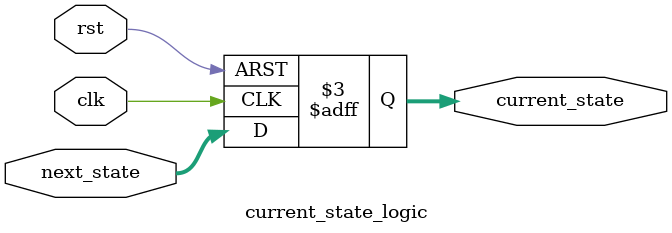
<source format=v>
`timescale 1ns / 1ps

module current_state_logic(
  input clk,
  input rst,
  input [2:0] next_state,
  output reg [2:0] current_state
);

  parameter
  S0 = 3'b000, S1 = 3'b001, S2 = 3'b010, S3 = 3'b011,
  S4 = 3'b100, S5 = 3'b101, S6 = 3'b110, S7 = 3'b111;

  always @ (posedge clk or negedge rst) begin
    if(!rst) begin
      current_state <= S0;
    end
    else begin
      current_state <= next_state;
    end
  end
endmodule

</source>
